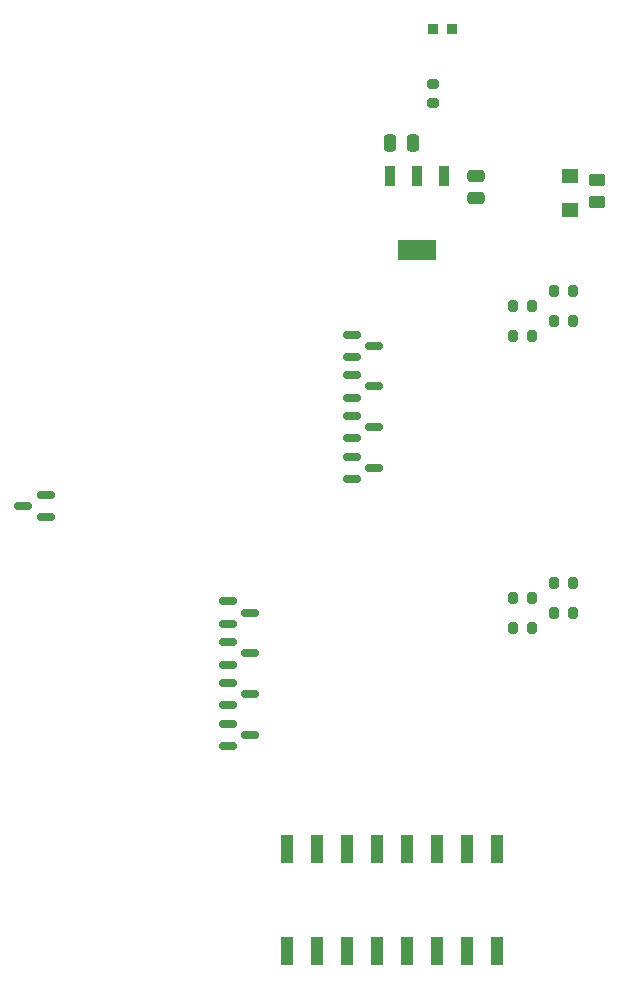
<source format=gbr>
%TF.GenerationSoftware,KiCad,Pcbnew,(6.0.8)*%
%TF.CreationDate,2023-01-02T23:21:26-08:00*%
%TF.ProjectId,picow_ssr_control,7069636f-775f-4737-9372-5f636f6e7472,0.0.8*%
%TF.SameCoordinates,PXfbc520PY6516e80*%
%TF.FileFunction,Paste,Top*%
%TF.FilePolarity,Positive*%
%FSLAX46Y46*%
G04 Gerber Fmt 4.6, Leading zero omitted, Abs format (unit mm)*
G04 Created by KiCad (PCBNEW (6.0.8)) date 2023-01-02 23:21:26*
%MOMM*%
%LPD*%
G01*
G04 APERTURE LIST*
G04 Aperture macros list*
%AMRoundRect*
0 Rectangle with rounded corners*
0 $1 Rounding radius*
0 $2 $3 $4 $5 $6 $7 $8 $9 X,Y pos of 4 corners*
0 Add a 4 corners polygon primitive as box body*
4,1,4,$2,$3,$4,$5,$6,$7,$8,$9,$2,$3,0*
0 Add four circle primitives for the rounded corners*
1,1,$1+$1,$2,$3*
1,1,$1+$1,$4,$5*
1,1,$1+$1,$6,$7*
1,1,$1+$1,$8,$9*
0 Add four rect primitives between the rounded corners*
20,1,$1+$1,$2,$3,$4,$5,0*
20,1,$1+$1,$4,$5,$6,$7,0*
20,1,$1+$1,$6,$7,$8,$9,0*
20,1,$1+$1,$8,$9,$2,$3,0*%
G04 Aperture macros list end*
%ADD10R,0.950000X1.750000*%
%ADD11R,3.200000X1.750000*%
%ADD12RoundRect,0.200000X0.200000X0.275000X-0.200000X0.275000X-0.200000X-0.275000X0.200000X-0.275000X0*%
%ADD13RoundRect,0.200000X-0.200000X-0.275000X0.200000X-0.275000X0.200000X0.275000X-0.200000X0.275000X0*%
%ADD14RoundRect,0.150000X-0.587500X-0.150000X0.587500X-0.150000X0.587500X0.150000X-0.587500X0.150000X0*%
%ADD15RoundRect,0.150000X0.587500X0.150000X-0.587500X0.150000X-0.587500X-0.150000X0.587500X-0.150000X0*%
%ADD16RoundRect,0.250000X-0.250000X-0.475000X0.250000X-0.475000X0.250000X0.475000X-0.250000X0.475000X0*%
%ADD17R,1.130000X2.440000*%
%ADD18RoundRect,0.200000X0.275000X-0.200000X0.275000X0.200000X-0.275000X0.200000X-0.275000X-0.200000X0*%
%ADD19RoundRect,0.250000X0.450000X-0.262500X0.450000X0.262500X-0.450000X0.262500X-0.450000X-0.262500X0*%
%ADD20RoundRect,0.250000X-0.475000X0.250000X-0.475000X-0.250000X0.475000X-0.250000X0.475000X0.250000X0*%
%ADD21R,1.400000X1.300000*%
%ADD22R,0.900000X0.950000*%
G04 APERTURE END LIST*
D10*
%TO.C,REG1*%
X42900000Y69000000D03*
X40600000Y69000000D03*
X38300000Y69000000D03*
D11*
X40600000Y62700000D03*
%TD*%
D12*
%TO.C,RS4*%
X50325000Y55460000D03*
X48675000Y55460000D03*
%TD*%
D13*
%TO.C,RS7*%
X48675000Y33270000D03*
X50325000Y33270000D03*
%TD*%
D14*
%TO.C,QD8*%
X24562500Y32950000D03*
X24562500Y31050000D03*
X26437500Y32000000D03*
%TD*%
D13*
%TO.C,RS1*%
X52175000Y59270000D03*
X53825000Y59270000D03*
%TD*%
D15*
%TO.C,Q2*%
X9137500Y40100000D03*
X9137500Y42000000D03*
X7262500Y41050000D03*
%TD*%
D13*
%TO.C,RS5*%
X48675000Y30730000D03*
X50325000Y30730000D03*
%TD*%
%TO.C,RS2*%
X48675000Y58000000D03*
X50325000Y58000000D03*
%TD*%
D16*
%TO.C,C2*%
X40200000Y71750000D03*
X38300000Y71750000D03*
%TD*%
D17*
%TO.C,S1*%
X29600000Y11950000D03*
X32140000Y11950000D03*
X34680000Y11950000D03*
X37220000Y11950000D03*
X39760000Y11950000D03*
X42300000Y11950000D03*
X44840000Y11950000D03*
X47380000Y11950000D03*
X47380000Y3350000D03*
X44840000Y3350000D03*
X42300000Y3350000D03*
X39760000Y3350000D03*
X37220000Y3350000D03*
X34680000Y3350000D03*
X32140000Y3350000D03*
X29600000Y3350000D03*
%TD*%
D18*
%TO.C,RL1*%
X41950000Y76800000D03*
X41950000Y75150000D03*
%TD*%
D19*
%TO.C,RP1*%
X55850000Y68622500D03*
X55850000Y66797500D03*
%TD*%
D13*
%TO.C,RS6*%
X52175000Y32000000D03*
X53825000Y32000000D03*
%TD*%
D14*
%TO.C,QD2*%
X35062500Y52100000D03*
X35062500Y50200000D03*
X36937500Y51150000D03*
%TD*%
%TO.C,QD1*%
X36937500Y54600000D03*
X35062500Y53650000D03*
X35062500Y55550000D03*
%TD*%
D20*
%TO.C,C1*%
X45550000Y67100000D03*
X45550000Y69000000D03*
%TD*%
D14*
%TO.C,QD6*%
X26437500Y25100000D03*
X24562500Y24150000D03*
X24562500Y26050000D03*
%TD*%
D13*
%TO.C,RS8*%
X52175000Y34540000D03*
X53825000Y34540000D03*
%TD*%
%TO.C,RS3*%
X52175000Y56730000D03*
X53825000Y56730000D03*
%TD*%
D14*
%TO.C,QD4*%
X35062500Y45200000D03*
X35062500Y43300000D03*
X36937500Y44250000D03*
%TD*%
D21*
%TO.C,ZD1*%
X53550000Y66100000D03*
X53550000Y69000000D03*
%TD*%
D22*
%TO.C,LP1*%
X41950000Y81400000D03*
X43550000Y81400000D03*
%TD*%
D14*
%TO.C,QD3*%
X35062500Y48650000D03*
X35062500Y46750000D03*
X36937500Y47700000D03*
%TD*%
%TO.C,QD5*%
X26437500Y21650000D03*
X24562500Y20700000D03*
X24562500Y22600000D03*
%TD*%
%TO.C,QD7*%
X24562500Y29500000D03*
X24562500Y27600000D03*
X26437500Y28550000D03*
%TD*%
M02*

</source>
